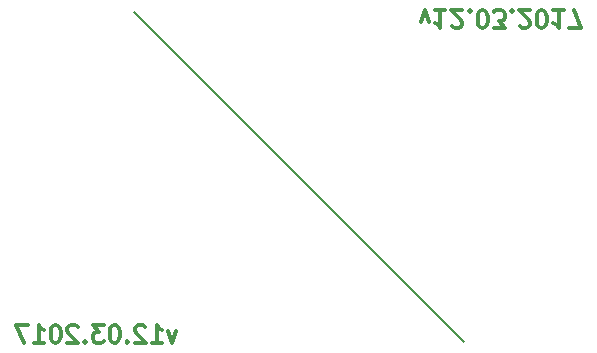
<source format=gbo>
G04 #@! TF.FileFunction,Legend,Bot*
%FSLAX46Y46*%
G04 Gerber Fmt 4.6, Leading zero omitted, Abs format (unit mm)*
G04 Created by KiCad (PCBNEW 4.0.5) date 03/25/17 21:50:00*
%MOMM*%
%LPD*%
G01*
G04 APERTURE LIST*
%ADD10C,0.100000*%
%ADD11C,0.300000*%
%ADD12C,0.200000*%
G04 APERTURE END LIST*
D10*
D11*
X89226288Y-60455929D02*
X89583431Y-59455929D01*
X89940573Y-60455929D01*
X91297716Y-59455929D02*
X90440573Y-59455929D01*
X90869145Y-59455929D02*
X90869145Y-60955929D01*
X90726288Y-60741643D01*
X90583430Y-60598786D01*
X90440573Y-60527357D01*
X91869144Y-60813071D02*
X91940573Y-60884500D01*
X92083430Y-60955929D01*
X92440573Y-60955929D01*
X92583430Y-60884500D01*
X92654859Y-60813071D01*
X92726287Y-60670214D01*
X92726287Y-60527357D01*
X92654859Y-60313071D01*
X91797716Y-59455929D01*
X92726287Y-59455929D01*
X93369144Y-59598786D02*
X93440572Y-59527357D01*
X93369144Y-59455929D01*
X93297715Y-59527357D01*
X93369144Y-59598786D01*
X93369144Y-59455929D01*
X94369144Y-60955929D02*
X94512001Y-60955929D01*
X94654858Y-60884500D01*
X94726287Y-60813071D01*
X94797716Y-60670214D01*
X94869144Y-60384500D01*
X94869144Y-60027357D01*
X94797716Y-59741643D01*
X94726287Y-59598786D01*
X94654858Y-59527357D01*
X94512001Y-59455929D01*
X94369144Y-59455929D01*
X94226287Y-59527357D01*
X94154858Y-59598786D01*
X94083430Y-59741643D01*
X94012001Y-60027357D01*
X94012001Y-60384500D01*
X94083430Y-60670214D01*
X94154858Y-60813071D01*
X94226287Y-60884500D01*
X94369144Y-60955929D01*
X95369144Y-60955929D02*
X96297715Y-60955929D01*
X95797715Y-60384500D01*
X96012001Y-60384500D01*
X96154858Y-60313071D01*
X96226287Y-60241643D01*
X96297715Y-60098786D01*
X96297715Y-59741643D01*
X96226287Y-59598786D01*
X96154858Y-59527357D01*
X96012001Y-59455929D01*
X95583429Y-59455929D01*
X95440572Y-59527357D01*
X95369144Y-59598786D01*
X96940572Y-59598786D02*
X97012000Y-59527357D01*
X96940572Y-59455929D01*
X96869143Y-59527357D01*
X96940572Y-59598786D01*
X96940572Y-59455929D01*
X97583429Y-60813071D02*
X97654858Y-60884500D01*
X97797715Y-60955929D01*
X98154858Y-60955929D01*
X98297715Y-60884500D01*
X98369144Y-60813071D01*
X98440572Y-60670214D01*
X98440572Y-60527357D01*
X98369144Y-60313071D01*
X97512001Y-59455929D01*
X98440572Y-59455929D01*
X99369143Y-60955929D02*
X99512000Y-60955929D01*
X99654857Y-60884500D01*
X99726286Y-60813071D01*
X99797715Y-60670214D01*
X99869143Y-60384500D01*
X99869143Y-60027357D01*
X99797715Y-59741643D01*
X99726286Y-59598786D01*
X99654857Y-59527357D01*
X99512000Y-59455929D01*
X99369143Y-59455929D01*
X99226286Y-59527357D01*
X99154857Y-59598786D01*
X99083429Y-59741643D01*
X99012000Y-60027357D01*
X99012000Y-60384500D01*
X99083429Y-60670214D01*
X99154857Y-60813071D01*
X99226286Y-60884500D01*
X99369143Y-60955929D01*
X101297714Y-59455929D02*
X100440571Y-59455929D01*
X100869143Y-59455929D02*
X100869143Y-60955929D01*
X100726286Y-60741643D01*
X100583428Y-60598786D01*
X100440571Y-60527357D01*
X101797714Y-60955929D02*
X102797714Y-60955929D01*
X102154857Y-59455929D01*
D12*
X64897000Y-59626500D02*
X92837000Y-87566500D01*
D11*
X68507712Y-86610071D02*
X68150569Y-87610071D01*
X67793427Y-86610071D01*
X66436284Y-87610071D02*
X67293427Y-87610071D01*
X66864855Y-87610071D02*
X66864855Y-86110071D01*
X67007712Y-86324357D01*
X67150570Y-86467214D01*
X67293427Y-86538643D01*
X65864856Y-86252929D02*
X65793427Y-86181500D01*
X65650570Y-86110071D01*
X65293427Y-86110071D01*
X65150570Y-86181500D01*
X65079141Y-86252929D01*
X65007713Y-86395786D01*
X65007713Y-86538643D01*
X65079141Y-86752929D01*
X65936284Y-87610071D01*
X65007713Y-87610071D01*
X64364856Y-87467214D02*
X64293428Y-87538643D01*
X64364856Y-87610071D01*
X64436285Y-87538643D01*
X64364856Y-87467214D01*
X64364856Y-87610071D01*
X63364856Y-86110071D02*
X63221999Y-86110071D01*
X63079142Y-86181500D01*
X63007713Y-86252929D01*
X62936284Y-86395786D01*
X62864856Y-86681500D01*
X62864856Y-87038643D01*
X62936284Y-87324357D01*
X63007713Y-87467214D01*
X63079142Y-87538643D01*
X63221999Y-87610071D01*
X63364856Y-87610071D01*
X63507713Y-87538643D01*
X63579142Y-87467214D01*
X63650570Y-87324357D01*
X63721999Y-87038643D01*
X63721999Y-86681500D01*
X63650570Y-86395786D01*
X63579142Y-86252929D01*
X63507713Y-86181500D01*
X63364856Y-86110071D01*
X62364856Y-86110071D02*
X61436285Y-86110071D01*
X61936285Y-86681500D01*
X61721999Y-86681500D01*
X61579142Y-86752929D01*
X61507713Y-86824357D01*
X61436285Y-86967214D01*
X61436285Y-87324357D01*
X61507713Y-87467214D01*
X61579142Y-87538643D01*
X61721999Y-87610071D01*
X62150571Y-87610071D01*
X62293428Y-87538643D01*
X62364856Y-87467214D01*
X60793428Y-87467214D02*
X60722000Y-87538643D01*
X60793428Y-87610071D01*
X60864857Y-87538643D01*
X60793428Y-87467214D01*
X60793428Y-87610071D01*
X60150571Y-86252929D02*
X60079142Y-86181500D01*
X59936285Y-86110071D01*
X59579142Y-86110071D01*
X59436285Y-86181500D01*
X59364856Y-86252929D01*
X59293428Y-86395786D01*
X59293428Y-86538643D01*
X59364856Y-86752929D01*
X60221999Y-87610071D01*
X59293428Y-87610071D01*
X58364857Y-86110071D02*
X58222000Y-86110071D01*
X58079143Y-86181500D01*
X58007714Y-86252929D01*
X57936285Y-86395786D01*
X57864857Y-86681500D01*
X57864857Y-87038643D01*
X57936285Y-87324357D01*
X58007714Y-87467214D01*
X58079143Y-87538643D01*
X58222000Y-87610071D01*
X58364857Y-87610071D01*
X58507714Y-87538643D01*
X58579143Y-87467214D01*
X58650571Y-87324357D01*
X58722000Y-87038643D01*
X58722000Y-86681500D01*
X58650571Y-86395786D01*
X58579143Y-86252929D01*
X58507714Y-86181500D01*
X58364857Y-86110071D01*
X56436286Y-87610071D02*
X57293429Y-87610071D01*
X56864857Y-87610071D02*
X56864857Y-86110071D01*
X57007714Y-86324357D01*
X57150572Y-86467214D01*
X57293429Y-86538643D01*
X55936286Y-86110071D02*
X54936286Y-86110071D01*
X55579143Y-87610071D01*
M02*

</source>
